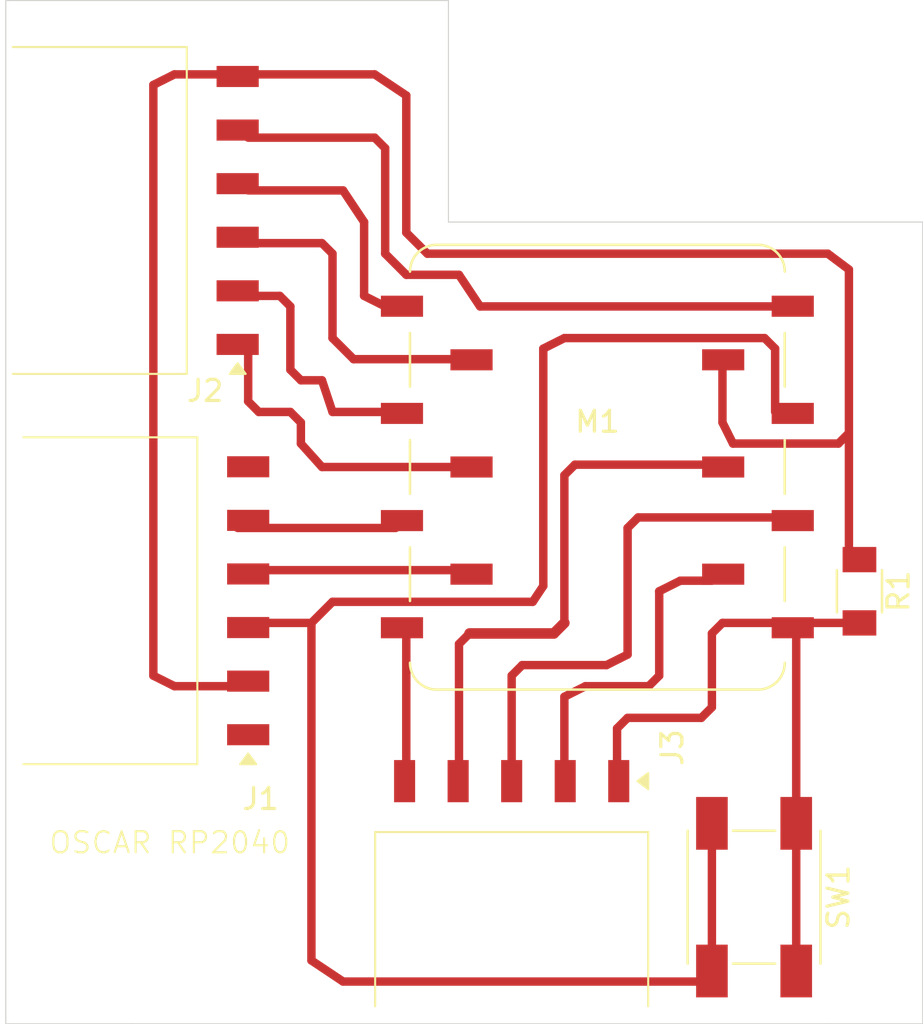
<source format=kicad_pcb>
(kicad_pcb (version 20241229) (generator "pcbnew") (generator_version "9.0")
  (layers (0 "F.Cu" signal) (2 "B.Cu" signal) (13 "F.Paste" user) (15 "B.Paste" user) (5 "F.SilkS" user "F.Silkscreen") (7 "B.SilkS" user "B.Silkscreen") (1 "F.Mask" user) (3 "B.Mask" user) (25 "Edge.Cuts" user))
  (net 0 "")
  (net 1 "PWR_GND")
  (net 2 "Net-(M1-D4)")
  (net 4 "do8")
  (net 5 "+3.3V")
  (net 6 "do9")
  (net 7 "do10")
  (net 8 "do7")
  (net 10 "do6")
  (net 11 "Net-(M1-D5)")
  (net 12 "do2")
  (net 13 "do3")
  (net 14 "do0")
  (net 15 "do1")
  (net 16 "Net-(M1-5V)")
  (footprint "PCM_fab:PinSocket_01x05_P2.54mm_Horizontal_SMD" (layer "F.Cu") (at 137.58 91.5 -90)
    (property "Reference" "J3" (at -0.635 -2.54 90) (layer "F.SilkS") (effects (justify left)))
    (property "Value" "6-11-10-9-7")
    (fp_line (start 2.413 11.557) (end 10.668 11.557) (stroke (width 0.1)) (layer "F.SilkS"))
    (fp_line (start 2.413 -1.397) (end 2.413 11.557) (stroke (width 0.1)) (layer "F.SilkS"))
    (fp_line (start 10.668 -1.397) (end 2.413 -1.397) (stroke (width 0.1)) (layer "F.SilkS"))
    (fp_poly (pts (xy 0 -0.889) (xy -0.381 -1.397) (xy 0.381 -1.397)) (stroke (width 0.1)) (fill yes) (layer "F.SilkS"))
    (pad "1" smd rect (at 0 0 270) (size 2 1) (layers "F.Cu" "F.Mask" "F.Paste") (net 8 "do7"))
    (pad "2" smd rect (at 0 2.54 270) (size 2 1) (layers "F.Cu" "F.Mask" "F.Paste") (net 4 "do8"))
    (pad "3" smd rect (at 0 5.08 270) (size 2 1) (layers "F.Cu" "F.Mask" "F.Paste") (net 6 "do9"))
    (pad "4" smd rect (at 0 7.62 270) (size 2 1) (layers "F.Cu" "F.Mask" "F.Paste") (net 7 "do10"))
    (pad "5" smd rect (at 0 10.16 270) (size 2 1) (layers "F.Cu" "F.Mask" "F.Paste") (net 10 "do6"))
  )
  (footprint "PCM_fab:PinSocket_01x06_P2.54mm_Horizontal_SMD" (layer "F.Cu") (at 119.5 70.8 180)
    (property "Reference" "J2" (at 2.5 -2.2 0) (layer "F.SilkS") (effects (justify left)))
    (property "Value" "Salidas control")
    (fp_line (start 10.668 -1.397) (end 2.413 -1.397) (stroke (width 0.1)) (layer "F.SilkS"))
    (fp_line (start 2.413 14.097) (end 10.668 14.097) (stroke (width 0.1)) (layer "F.SilkS"))
    (fp_line (start 2.413 -1.397) (end 2.413 14.097) (stroke (width 0.1)) (layer "F.SilkS"))
    (fp_poly (pts (xy 0 -0.889) (xy -0.381 -1.397) (xy 0.381 -1.397)) (stroke (width 0.1)) (fill yes) (layer "F.SilkS"))
    (pad "1" smd rect (at 0 0 180) (size 2 1) (layers "F.Cu" "F.Mask" "F.Paste") (net 13 "do3"))
    (pad "2" smd rect (at 0 2.54 180) (size 2 1) (layers "F.Cu" "F.Mask" "F.Paste") (net 12 "do2"))
    (pad "3" smd rect (at 0 5.08 180) (size 2 1) (layers "F.Cu" "F.Mask" "F.Paste") (net 15 "do1"))
    (pad "4" smd rect (at 0 7.62 180) (size 2 1) (layers "F.Cu" "F.Mask" "F.Paste") (net 14 "do0"))
    (pad "5" smd rect (at 0 10.16 180) (size 2 1) (layers "F.Cu" "F.Mask" "F.Paste") (net 16 "Net-(M1-5V)"))
    (pad "6" smd rect (at 0 12.7 180) (size 2 1) (layers "F.Cu" "F.Mask" "F.Paste") (net 1 "PWR_GND"))
  )
  (footprint "PCM_fab:Module_XIAO_Generic_SocketSMD" (layer "F.Cu") (at 136.565 76.61)
    (property "Reference" "M1" (at 0.0025 -2.149 0) (layer "F.SilkS"))
    (property "Value" "Module_XIAO_Generic_SocketSMD")
    (fp_line (start -8.89 -6.35) (end -8.89 -3.81) (stroke (width 0.12)) (layer "F.SilkS"))
    (fp_line (start -8.89 -1.27) (end -8.89 1.27) (stroke (width 0.12)) (layer "F.SilkS"))
    (fp_line (start -8.89 3.81) (end -8.89 6.35) (stroke (width 0.12)) (layer "F.SilkS"))
    (fp_line (start -7.6175 -10.531) (end 7.6225 -10.531) (stroke (width 0.12)) (layer "F.SilkS"))
    (fp_line (start 7.6225 10.551) (end -7.6175 10.551) (stroke (width 0.12)) (layer "F.SilkS"))
    (fp_line (start 8.89 -6.35) (end 8.89 -3.81) (stroke (width 0.12)) (layer "F.SilkS"))
    (fp_line (start 8.89 -1.27) (end 8.89 1.27) (stroke (width 0.12)) (layer "F.SilkS"))
    (fp_line (start 8.89 3.81) (end 8.89 6.35) (stroke (width 0.12)) (layer "F.SilkS"))
    (fp_arc (start -8.8875 -9.261) (mid -8.515526 -10.159026) (end -7.6175 -10.531) (stroke (width 0.12)) (layer "F.SilkS"))
    (fp_arc (start -7.6175 10.551) (mid -8.515526 10.179026) (end -8.8875 9.281) (stroke (width 0.12)) (layer "F.SilkS"))
    (fp_arc (start 7.6225 -10.531) (mid 8.520526 -10.159026) (end 8.8925 -9.261) (stroke (width 0.12)) (layer "F.SilkS"))
    (fp_arc (start 8.8925 9.281) (mid 8.520526 10.179026) (end 7.6225 10.551) (stroke (width 0.12)) (layer "F.SilkS"))
    (pad "1" smd rect (at -9.27 -7.62) (size 2 1) (layers "F.Cu" "F.Mask" "F.Paste") (net 14 "do0"))
    (pad "2" smd rect (at -5.97 -5.08) (size 2 1) (layers "F.Cu" "F.Mask" "F.Paste") (net 15 "do1"))
    (pad "3" smd rect (at -9.27 -2.54) (size 2 1) (layers "F.Cu" "F.Mask" "F.Paste") (net 12 "do2"))
    (pad "4" smd rect (at -5.97 0) (size 2 1) (layers "F.Cu" "F.Mask" "F.Paste") (net 13 "do3"))
    (pad "5" smd rect (at -9.27 2.54) (size 2 1) (layers "F.Cu" "F.Mask" "F.Paste") (net 2 "Net-(M1-D4)"))
    (pad "6" smd rect (at -5.97 5.08) (size 2 1) (layers "F.Cu" "F.Mask" "F.Paste") (net 11 "Net-(M1-D5)"))
    (pad "7" smd rect (at -9.27 7.62) (size 2 1) (layers "F.Cu" "F.Mask" "F.Paste") (net 10 "do6"))
    (pad "8" smd rect (at 9.27 7.62) (size 2 1) (layers "F.Cu" "F.Mask" "F.Paste") (net 8 "do7"))
    (pad "9" smd rect (at 5.97 5.08) (size 2 1) (layers "F.Cu" "F.Mask" "F.Paste") (net 4 "do8"))
    (pad "10" smd rect (at 9.27 2.54) (size 2 1) (layers "F.Cu" "F.Mask" "F.Paste") (net 6 "do9"))
    (pad "11" smd rect (at 5.97 0) (size 2 1) (layers "F.Cu" "F.Mask" "F.Paste") (net 7 "do10"))
    (pad "12" smd rect (at 9.27 -2.54) (size 2 1) (layers "F.Cu" "F.Mask" "F.Paste") (net 5 "+3.3V"))
    (pad "13" smd rect (at 5.97 -5.08) (size 2 1) (layers "F.Cu" "F.Mask" "F.Paste") (net 1 "PWR_GND"))
    (pad "14" smd rect (at 9.27 -7.62) (size 2 1) (layers "F.Cu" "F.Mask" "F.Paste") (net 16 "Net-(M1-5V)"))
  )
  (footprint "PCM_fab:PinSocket_01x06_P2.54mm_Horizontal_SMD" (layer "F.Cu") (at 120 89.3 180)
    (property "Reference" "J1" (at 0.365 -3.04 0) (layer "F.SilkS") (effects (justify left)))
    (property "Value" "I2C" (hide yes))
    (fp_line (start 10.668 -1.397) (end 2.413 -1.397) (stroke (width 0.1)) (layer "F.SilkS"))
    (fp_line (start 2.413 14.097) (end 10.668 14.097) (stroke (width 0.1)) (layer "F.SilkS"))
    (fp_line (start 2.413 -1.397) (end 2.413 14.097) (stroke (width 0.1)) (layer "F.SilkS"))
    (fp_poly (pts (xy 0 -0.889) (xy -0.381 -1.397) (xy 0.381 -1.397)) (stroke (width 0.1)) (fill yes) (layer "F.SilkS"))
    (pad "1" smd rect (at 0 0 180) (size 2 1) (layers "F.Cu" "F.Mask" "F.Paste"))
    (pad "2" smd rect (at 0 2.54 180) (size 2 1) (layers "F.Cu" "F.Mask" "F.Paste") (net 1 "PWR_GND"))
    (pad "3" smd rect (at 0 5.08 180) (size 2 1) (layers "F.Cu" "F.Mask" "F.Paste") (net 5 "+3.3V"))
    (pad "4" smd rect (at 0 7.62 180) (size 2 1) (layers "F.Cu" "F.Mask" "F.Paste") (net 11 "Net-(M1-D5)"))
    (pad "5" smd rect (at 0 10.16 180) (size 2 1) (layers "F.Cu" "F.Mask" "F.Paste") (net 2 "Net-(M1-D4)"))
    (pad "6" smd rect (at 0 12.7 180) (size 2 1) (layers "F.Cu" "F.Mask" "F.Paste"))
  )
  (footprint "PCM_fab:R_1206" (layer "F.Cu") (at 149 82.5 -90)
    (property "Reference" "R1" (at 0 -1.85 90) (layer "F.SilkS"))
    (property "Value" "r480")
    (fp_line (start 1 1.07) (end -1 1.07) (stroke (width 0.12)) (layer "F.SilkS"))
    (fp_line (start -1 -1.07) (end 1 -1.07) (stroke (width 0.12)) (layer "F.SilkS"))
    (pad "1" smd rect (at -1.5 0 270) (size 1.2 1.6) (layers "F.Cu" "F.Mask" "F.Paste") (net 1 "PWR_GND"))
    (pad "2" smd rect (at 1.5 0 270) (size 1.2 1.6) (layers "F.Cu" "F.Mask" "F.Paste") (net 8 "do7"))
  )
  (footprint "PCM_fab:Button_Omron_B3SN_6.0x6.0mm" (layer "F.Cu") (at 144 97 -90)
    (property "Reference" "SW1" (at 0 -4 90) (layer "F.SilkS"))
    (property "Value" "boton")
    (fp_line (start 3.15 3.15) (end -3.15 3.15) (stroke (width 0.12)) (layer "F.SilkS"))
    (fp_line (start -3.15 1) (end -3.15 -1) (stroke (width 0.12)) (layer "F.SilkS"))
    (fp_line (start 3.15 -1) (end 3.15 1) (stroke (width 0.12)) (layer "F.SilkS"))
    (fp_line (start -3.15 -3.15) (end 3.15 -3.15) (stroke (width 0.12)) (layer "F.SilkS"))
    (pad "1" smd rect (at -3.5 -2 270) (size 2.5 1.5) (layers "F.Cu" "F.Mask" "F.Paste") (net 8 "do7"))
    (pad "1" smd rect (at 3.5 -2 270) (size 2.5 1.5) (layers "F.Cu" "F.Mask" "F.Paste") (net 8 "do7"))
    (pad "2" smd rect (at -3.5 2 270) (size 2.5 1.5) (layers "F.Cu" "F.Mask" "F.Paste") (net 5 "+3.3V"))
    (pad "2" smd rect (at 3.5 2 270) (size 2.5 1.5) (layers "F.Cu" "F.Mask" "F.Paste") (net 5 "+3.3V"))
  )
  (gr_line (start 146 93.5) (end 146 84) (stroke (width 0.4)) (layer "F.Cu") (net 8))
  (gr_line (start 138 79.5) (end 138.5 79) (stroke (width 0.4)) (layer "F.Cu") (net 6))
  (gr_line (start 122 69) (end 121.5 68.5) (stroke (width 0.4)) (layer "F.Cu") (net 12))
  (gr_line (start 127.5 59) (end 126 58) (stroke (width 0.4)) (layer "F.Cu") (net 1))
  (gr_line (start 124 70.5) (end 124 66.5) (stroke (width 0.4)) (layer "F.Cu") (net 15))
  (gr_line (start 148.5 75) (end 148.5 67.25) (stroke (width 0.4)) (layer "F.Cu") (net 1))
  (gr_line (start 124.5 101) (end 142 101) (stroke (width 0.4)) (layer "F.Cu") (net 5))
  (gr_line (start 128.5 66.5) (end 127.5 65.5) (stroke (width 0.4)) (layer "F.Cu") (net 1))
  (gr_line (start 130 67.5) (end 127.5 67.5) (stroke (width 0.4)) (layer "F.Cu") (net 16))
  (gr_line (start 123.5 72.5) (end 122.5 72.5) (stroke (width 0.4)) (layer "F.Cu") (net 12))
  (gr_line (start 126 61) (end 126.5 61.5) (stroke (width 0.4)) (layer "F.Cu") (net 16))
  (gr_line (start 142.5 74.5) (end 143 75.5) (stroke (width 0.4)) (layer "F.Cu") (net 1))
  (gr_line (start 145.5 84) (end 142.5 84) (stroke (width 0.4)) (layer "F.Cu") (net 8))
  (gr_line (start 148.5 81) (end 148.5 75) (stroke (width 0.4)) (layer "F.Cu") (net 1))
  (gr_line (start 116.5 87) (end 115.5 86.5) (stroke (width 0.4)) (layer "F.Cu") (net 1))
  (gr_line (start 125.5 68.5) (end 125.5 65) (stroke (width 0.4)) (layer "F.Cu") (net 14))
  (gr_line (start 134 82.25) (end 133.5 83) (stroke (width 0.4)) (layer "F.Cu") (net 5))
  (gr_line (start 123 84) (end 123 100) (stroke (width 0.4)) (layer "F.Cu") (net 5))
  (gr_line (start 135 87.5) (end 135 91) (stroke (width 0.4)) (layer "F.Cu") (net 4))
  (gr_line (start 120.5 74) (end 120 73.5) (stroke (width 0.4)) (layer "F.Cu") (net 13))
  (gr_line (start 139 87) (end 136 87) (stroke (width 0.4)) (layer "F.Cu") (net 4))
  (gr_line (start 146 100.5) (end 146 94) (stroke (width 0.4)) (layer "F.Cu") (net 8))
  (gr_line (start 121.5 68.5) (end 120 68.5) (stroke (width 0.4)) (layer "F.Cu") (net 12))
  (gr_line (start 143 75.5) (end 148 75.5) (stroke (width 0.4)) (layer "F.Cu") (net 1))
  (gr_line (start 139.5 86.5) (end 139 87) (stroke (width 0.4)) (layer "F.Cu") (net 4))
  (gr_line (start 122 72) (end 122.5 72.5) (stroke (width 0.4)) (layer "F.Cu") (net 12))
  (gr_line (start 142 82) (end 140.5 82) (stroke (width 0.4)) (layer "F.Cu") (net 4))
  (gr_line (start 137 86) (end 133 86) (stroke (width 0.4)) (layer "F.Cu") (net 6))
  (gr_line (start 130 85) (end 130 91.5) (stroke (width 0.4)) (layer "F.Cu") (net 7))
  (gr_line (start 144.5 70.5) (end 135 70.5) (stroke (width 0.4)) (layer "F.Cu") (net 5))
  (gr_line (start 148 75.5) (end 148.5 75) (stroke (width 0.4)) (layer "F.Cu") (net 1))
  (gr_line (start 138 88.5) (end 137.5 89) (stroke (width 0.4)) (layer "F.Cu") (net 8))
  (gr_line (start 124 66.5) (end 123.5 66) (stroke (width 0.4)) (layer "F.Cu") (net 15))
  (gr_line (start 120 61) (end 126 61) (stroke (width 0.4)) (layer "F.Cu") (net 16))
  (gr_line (start 120 73.5) (end 120 70.8) (stroke (width 0.4)) (layer "F.Cu") (net 13))
  (gr_line (start 141.5 88.5) (end 138 88.5) (stroke (width 0.4)) (layer "F.Cu") (net 8))
  (gr_line (start 123.5 76.61) (end 122.5 75.5) (stroke (width 0.4)) (layer "F.Cu") (net 13))
  (gr_line (start 125.5 65) (end 124.5 63.5) (stroke (width 0.4)) (layer "F.Cu") (net 14))
  (gr_line (start 119.5 79.5) (end 127 79.5) (stroke (width 0.4)) (layer "F.Cu") (net 2))
  (gr_line (start 124 74) (end 127.5 74) (stroke (width 0.4)) (layer "F.Cu") (net 12))
  (gr_line (start 142.5 84) (end 142 84.5) (stroke (width 0.4)) (layer "F.Cu") (net 8))
  (gr_line (start 142.5 72) (end 142.5 74.5) (stroke (width 0.4)) (layer "F.Cu") (net 1))
  (gr_line (start 135 70.5) (end 134 71) (stroke (width 0.4)) (layer "F.Cu") (net 5))
  (gr_line (start 132.5 86.5) (end 132.5 91) (stroke (width 0.4)) (layer "F.Cu") (net 6))
  (gr_line (start 142 101) (end 142 94) (stroke (width 0.4)) (layer "F.Cu") (net 5))
  (gr_line (start 131 69) (end 130 67.5) (stroke (width 0.4)) (layer "F.Cu") (net 16))
  (gr_line (start 130.5 76.61) (end 123.5 76.61) (stroke (width 0.4)) (layer "F.Cu") (net 13))
  (gr_line (start 122 72) (end 122 69) (stroke (width 0.4)) (layer "F.Cu") (net 12))
  (gr_line (start 126 58) (end 120 58) (stroke (width 0.4)) (layer "F.Cu") (net 1))
  (gr_line (start 123 84) (end 120.5 84) (stroke (width 0.4)) (layer "F.Cu") (net 5))
  (gr_line (start 125.5 68.5) (end 126.5 69) (stroke (width 0.4)) (layer "F.Cu") (net 14))
  (gr_line (start 123 100) (end 124.5 101) (stroke (width 0.4)) (layer "F.Cu") (net 5))
  (gr_line (start 126.5 66.5) (end 126.5 61.5) (stroke (width 0.4)) (layer "F.Cu") (net 16))
  (gr_line (start 132.5 86.5) (end 133 86) (stroke (width 0.4)) (layer "F.Cu") (net 6))
  (gr_line (start 138 79.5) (end 138 85.5) (stroke (width 0.4)) (layer "F.Cu") (net 6))
  (gr_line (start 130 71.5) (end 125 71.5) (stroke (width 0.4)) (layer "F.Cu") (net 15))
  (gr_line (start 130 85) (end 130.5 84.5) (stroke (width 0.4)) (layer "F.Cu") (net 7))
  (gr_line (start 145 69) (end 131 69) (stroke (width 0.4)) (layer "F.Cu") (net 16))
  (gr_line (start 124 83) (end 123 84) (stroke (width 0.4)) (layer "F.Cu") (net 5))
  (gr_line (start 124 74) (end 123.5 72.5) (stroke (width 0.4)) (layer "F.Cu") (net 12))
  (gr_line (start 115.5 58.5) (end 116.5 58) (stroke (width 0.4)) (layer "F.Cu") (net 1))
  (gr_line (start 116.5 58) (end 118.5 58) (stroke (width 0.4)) (layer "F.Cu") (net 1))
  (gr_line (start 125 71.5) (end 124 70.5) (stroke (width 0.4)) (layer "F.Cu") (net 15))
  (gr_line (start 136 87) (end 135 87.5) (stroke (width 0.4)) (layer "F.Cu") (net 4))
  (gr_line (start 133.5 83) (end 124 83) (stroke (width 0.4)) (layer "F.Cu") (net 5))
  (gr_line (start 138 85.5) (end 137 86) (stroke (width 0.4)) (layer "F.Cu") (net 6))
  (gr_line (start 135 84) (end 134.5 84.5) (stroke (width 0.5)) (layer "F.Cu") (net 7))
  (gr_line (start 115.5 86.5) (end 115.5 58.5) (stroke (width 0.4)) (layer "F.Cu") (net 1))
  (gr_line (start 123.5 66) (end 120 66) (stroke (width 0.4)) (layer "F.Cu") (net 15))
  (gr_line (start 135 77) (end 135 84) (stroke (width 0.4)) (layer "F.Cu") (net 7))
  (gr_line (start 142 76.5) (end 135.5 76.5) (stroke (width 0.4)) (layer "F.Cu") (net 7))
  (gr_line (start 144.5 70.5) (end 145 71) (stroke (width 0.4)) (layer "F.Cu") (net 5))
  (gr_line (start 145 71) (end 145 74) (stroke (width 0.4)) (layer "F.Cu") (net 5))
  (gr_line (start 147.5 66.5) (end 128.5 66.5) (stroke (width 0.4)) (layer "F.Cu") (net 1))
  (gr_line (start 135.5 76.5) (end 135 77) (stroke (width 0.4)) (layer "F.Cu") (net 7))
  (gr_line (start 127.5 65.5) (end 127.5 59) (stroke (width 0.4)) (layer "F.Cu") (net 1))
  (gr_line (start 142 84.5) (end 142 88) (stroke (width 0.4)) (layer "F.Cu") (net 8))
  (gr_line (start 134 71) (end 134 82.25) (stroke (width 0.4)) (layer "F.Cu") (net 5))
  (gr_line (start 134.5 84.5) (end 130.5 84.5) (stroke (width 0.5)) (layer "F.Cu") (net 7))
  (gr_line (start 127.5 67.5) (end 126.5 66.5) (stroke (width 0.4)) (layer "F.Cu") (net 16))
  (gr_line (start 119.5 87) (end 116.5 87) (stroke (width 0.4)) (layer "F.Cu") (net 1))
  (gr_line (start 130.5 81.5) (end 120.5 81.5) (stroke (width 0.4)) (layer "F.Cu") (net 11))
  (gr_line (start 127.5 84.5) (end 127.5 91.5) (stroke (width 0.4)) (layer "F.Cu") (net 10))
  (gr_line (start 124.5 63.5) (end 120 63.5) (stroke (width 0.4)) (layer "F.Cu") (net 14))
  (gr_line (start 146.5 84) (end 149 84) (stroke (width 0.4)) (layer "F.Cu") (net 8))
  (gr_line (start 122.5 75.5) (end 122.5 74.5) (stroke (width 0.4)) (layer "F.Cu") (net 13))
  (gr_line (start 140.5 82) (end 139.5 82.5) (stroke (width 0.4)) (layer "F.Cu") (net 4))
  (gr_line (start 137.5 89) (end 137.5 91) (stroke (width 0.4)) (layer "F.Cu") (net 8))
  (gr_line (start 139.5 82.5) (end 139.5 86.5) (stroke (width 0.4)) (layer "F.Cu") (net 4))
  (gr_line (start 142 88) (end 141.5 88.5) (stroke (width 0.4)) (layer "F.Cu") (net 8))
  (gr_line (start 122 74) (end 120.5 74) (stroke (width 0.4)) (layer "F.Cu") (net 13))
  (gr_line (start 122.5 74.5) (end 122 74) (stroke (width 0.4)) (layer "F.Cu") (net 13))
  (gr_line (start 148.5 67.25) (end 147.5 66.5) (stroke (width 0.4)) (layer "F.Cu") (net 1))
  (gr_line (start 145 79) (end 138.5 79) (stroke (width 0.4)) (layer "F.Cu") (net 6))
  (gr_line (start 108.5 90.5) (end 108.5 103) (stroke (width 0.05)) (layer "Edge.Cuts"))
  (gr_line (start 108.5 54.5) (end 108.5 90.5) (stroke (width 0.05)) (layer "Edge.Cuts"))
  (gr_line (start 152 103) (end 147.5 103) (stroke (width 0.05)) (layer "Edge.Cuts"))
  (gr_line (start 108.5 103) (end 114.5 103) (stroke (width 0.05)) (layer "Edge.Cuts"))
  (gr_line (start 129.5 54.5) (end 108.5 54.5) (stroke (width 0.05)) (layer "Edge.Cuts"))
  (gr_line (start 152 65) (end 152 103) (stroke (width 0.05)) (layer "Edge.Cuts"))
  (gr_line (start 129.5 65) (end 129.5 54.5) (stroke (width 0.05)) (layer "Edge.Cuts"))
  (gr_line (start 114.5 103) (end 147.5 103) (stroke (width 0.05)) (layer "Edge.Cuts"))
  (gr_line (start 152 65) (end 129.5 65) (stroke (width 0.05)) (layer "Edge.Cuts"))
  (gr_text "OSCAR RP2040" (at 110.5 95 0) (layer "F.SilkS") (effects (font (size 1 1) (thickness 0.1)) (justify left bottom)))
)
</source>
